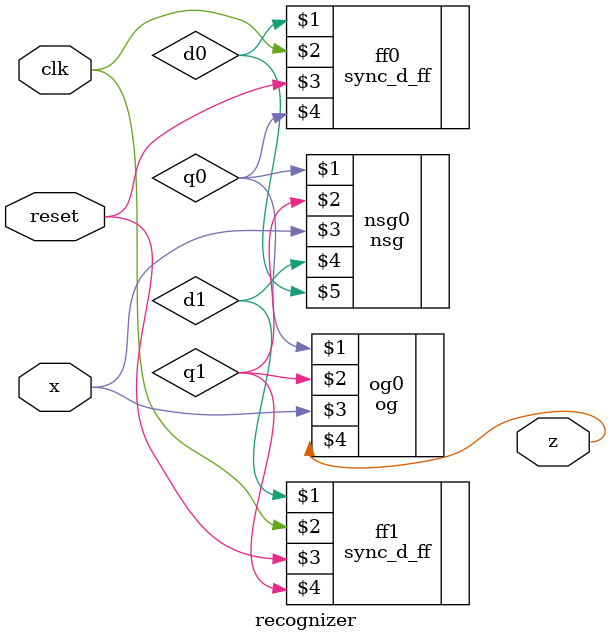
<source format=v>
`include "og.v"
`include "nsg.v"
`include "sync_d_ff.v"

module recognizer (x, clk, reset, z);
    input x, clk, reset;
    output z;

    sync_d_ff    ff0(d0, clk, reset, q0);
    sync_d_ff    ff1(d1, clk, reset, q1);
    og           og0(q0, q1, x, z);
    nsg         nsg0(q0, q1, x, d1, d0);
endmodule
</source>
